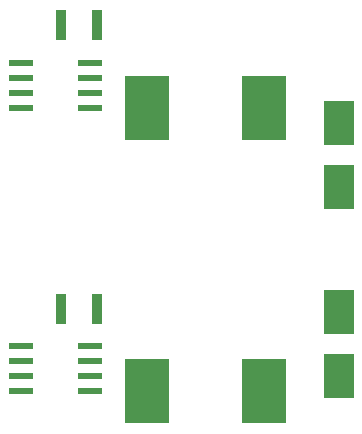
<source format=gtp>
G04*
G04 #@! TF.GenerationSoftware,Altium Limited,Altium Designer,23.3.1 (30)*
G04*
G04 Layer_Color=8421504*
%FSLAX44Y44*%
%MOMM*%
G71*
G04*
G04 #@! TF.SameCoordinates,02606407-A08A-443E-84DD-E596A80F92CF*
G04*
G04*
G04 #@! TF.FilePolarity,Positive*
G04*
G01*
G75*
%ADD12R,2.1000X0.6000*%
%ADD13R,2.5500X3.7500*%
%ADD14R,3.8500X5.5000*%
%ADD15R,0.9000X2.5000*%
D12*
X117000Y168050D02*
D03*
Y155350D02*
D03*
Y142650D02*
D03*
Y129950D02*
D03*
X175000Y168050D02*
D03*
Y155350D02*
D03*
Y142650D02*
D03*
Y129950D02*
D03*
Y369950D02*
D03*
Y382650D02*
D03*
Y395350D02*
D03*
Y408050D02*
D03*
X117000Y369950D02*
D03*
Y382650D02*
D03*
Y395350D02*
D03*
Y408050D02*
D03*
D13*
X386000Y143000D02*
D03*
Y197000D02*
D03*
Y303000D02*
D03*
Y357000D02*
D03*
D14*
X322750Y130000D02*
D03*
X223250D02*
D03*
X322750Y370000D02*
D03*
X223250D02*
D03*
D15*
X181500Y200000D02*
D03*
X150500D02*
D03*
X181500Y440000D02*
D03*
X150500D02*
D03*
M02*

</source>
